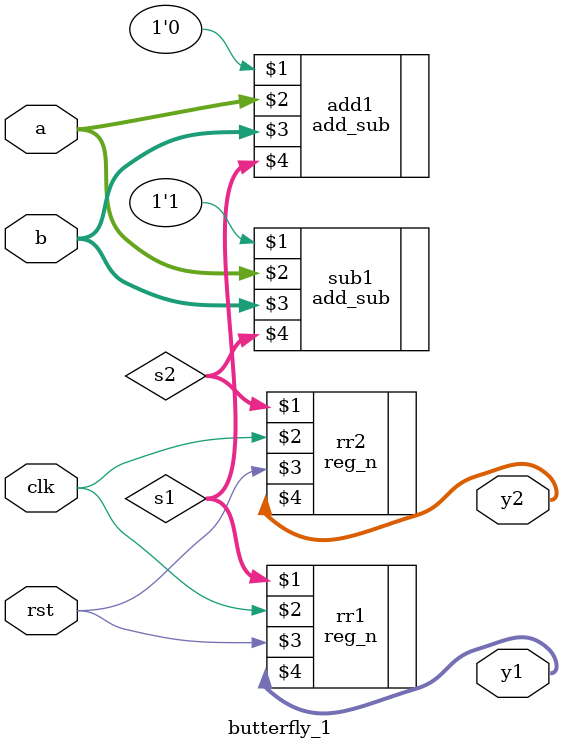
<source format=v>




module butterfly_1(a,b,clk,rst,y1,y2);
    parameter N = 4;
    input  [(2**N)-1:0] a,b;
    input clk,rst;
    output [(2**N)-1:0] y1,y2;
    wire [(2**N)-1:0] s1,s2;

    add_sub add1(1'b0,a,b,s1); //y1= a+b
    add_sub sub1(1'b1,a,b,s2);//y2 = a-b

    reg_n rr1 (s1,clk,rst,y1);
    reg_n rr2 (s2,clk,rst,y2);

endmodule



</source>
